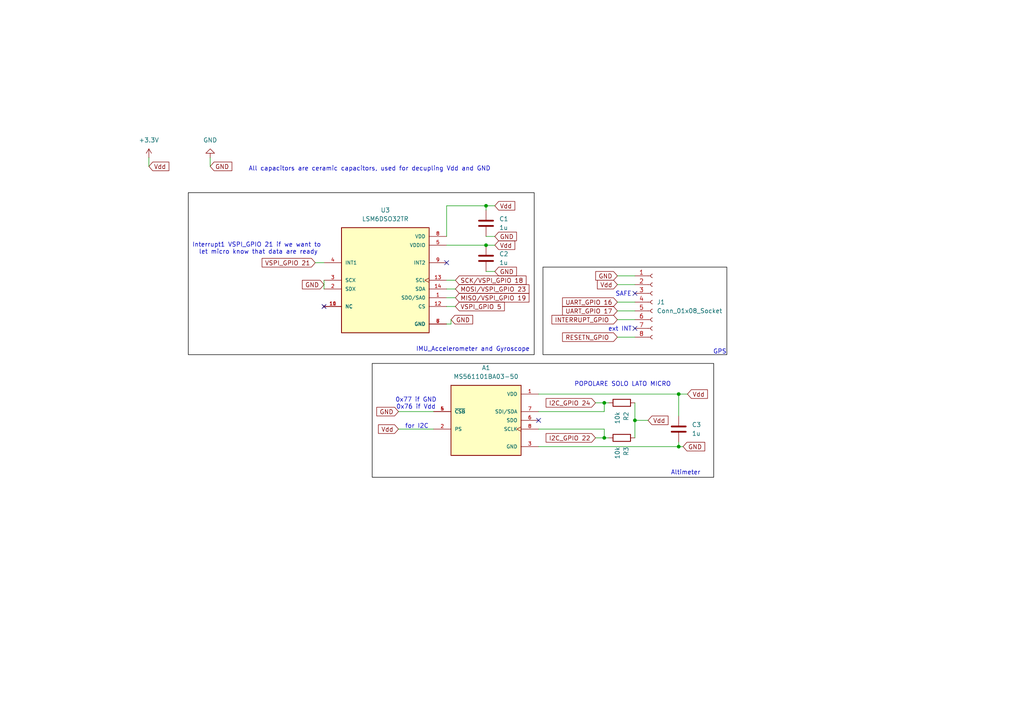
<source format=kicad_sch>
(kicad_sch
	(version 20250114)
	(generator "eeschema")
	(generator_version "9.0")
	(uuid "e4c320c5-1817-43f2-bd16-b9dccd216d6d")
	(paper "A4")
	(lib_symbols
		(symbol "Connector:Conn_01x08_Socket"
			(pin_names
				(offset 1.016)
				(hide yes)
			)
			(exclude_from_sim no)
			(in_bom yes)
			(on_board yes)
			(property "Reference" "J"
				(at 0 10.16 0)
				(effects
					(font
						(size 1.27 1.27)
					)
				)
			)
			(property "Value" "Conn_01x08_Socket"
				(at 0 -12.7 0)
				(effects
					(font
						(size 1.27 1.27)
					)
				)
			)
			(property "Footprint" ""
				(at 0 0 0)
				(effects
					(font
						(size 1.27 1.27)
					)
					(hide yes)
				)
			)
			(property "Datasheet" "~"
				(at 0 0 0)
				(effects
					(font
						(size 1.27 1.27)
					)
					(hide yes)
				)
			)
			(property "Description" "Generic connector, single row, 01x08, script generated"
				(at 0 0 0)
				(effects
					(font
						(size 1.27 1.27)
					)
					(hide yes)
				)
			)
			(property "ki_locked" ""
				(at 0 0 0)
				(effects
					(font
						(size 1.27 1.27)
					)
				)
			)
			(property "ki_keywords" "connector"
				(at 0 0 0)
				(effects
					(font
						(size 1.27 1.27)
					)
					(hide yes)
				)
			)
			(property "ki_fp_filters" "Connector*:*_1x??_*"
				(at 0 0 0)
				(effects
					(font
						(size 1.27 1.27)
					)
					(hide yes)
				)
			)
			(symbol "Conn_01x08_Socket_1_1"
				(polyline
					(pts
						(xy -1.27 7.62) (xy -0.508 7.62)
					)
					(stroke
						(width 0.1524)
						(type default)
					)
					(fill
						(type none)
					)
				)
				(polyline
					(pts
						(xy -1.27 5.08) (xy -0.508 5.08)
					)
					(stroke
						(width 0.1524)
						(type default)
					)
					(fill
						(type none)
					)
				)
				(polyline
					(pts
						(xy -1.27 2.54) (xy -0.508 2.54)
					)
					(stroke
						(width 0.1524)
						(type default)
					)
					(fill
						(type none)
					)
				)
				(polyline
					(pts
						(xy -1.27 0) (xy -0.508 0)
					)
					(stroke
						(width 0.1524)
						(type default)
					)
					(fill
						(type none)
					)
				)
				(polyline
					(pts
						(xy -1.27 -2.54) (xy -0.508 -2.54)
					)
					(stroke
						(width 0.1524)
						(type default)
					)
					(fill
						(type none)
					)
				)
				(polyline
					(pts
						(xy -1.27 -5.08) (xy -0.508 -5.08)
					)
					(stroke
						(width 0.1524)
						(type default)
					)
					(fill
						(type none)
					)
				)
				(polyline
					(pts
						(xy -1.27 -7.62) (xy -0.508 -7.62)
					)
					(stroke
						(width 0.1524)
						(type default)
					)
					(fill
						(type none)
					)
				)
				(polyline
					(pts
						(xy -1.27 -10.16) (xy -0.508 -10.16)
					)
					(stroke
						(width 0.1524)
						(type default)
					)
					(fill
						(type none)
					)
				)
				(arc
					(start 0 7.112)
					(mid -0.5058 7.62)
					(end 0 8.128)
					(stroke
						(width 0.1524)
						(type default)
					)
					(fill
						(type none)
					)
				)
				(arc
					(start 0 4.572)
					(mid -0.5058 5.08)
					(end 0 5.588)
					(stroke
						(width 0.1524)
						(type default)
					)
					(fill
						(type none)
					)
				)
				(arc
					(start 0 2.032)
					(mid -0.5058 2.54)
					(end 0 3.048)
					(stroke
						(width 0.1524)
						(type default)
					)
					(fill
						(type none)
					)
				)
				(arc
					(start 0 -0.508)
					(mid -0.5058 0)
					(end 0 0.508)
					(stroke
						(width 0.1524)
						(type default)
					)
					(fill
						(type none)
					)
				)
				(arc
					(start 0 -3.048)
					(mid -0.5058 -2.54)
					(end 0 -2.032)
					(stroke
						(width 0.1524)
						(type default)
					)
					(fill
						(type none)
					)
				)
				(arc
					(start 0 -5.588)
					(mid -0.5058 -5.08)
					(end 0 -4.572)
					(stroke
						(width 0.1524)
						(type default)
					)
					(fill
						(type none)
					)
				)
				(arc
					(start 0 -8.128)
					(mid -0.5058 -7.62)
					(end 0 -7.112)
					(stroke
						(width 0.1524)
						(type default)
					)
					(fill
						(type none)
					)
				)
				(arc
					(start 0 -10.668)
					(mid -0.5058 -10.16)
					(end 0 -9.652)
					(stroke
						(width 0.1524)
						(type default)
					)
					(fill
						(type none)
					)
				)
				(pin passive line
					(at -5.08 7.62 0)
					(length 3.81)
					(name "Pin_1"
						(effects
							(font
								(size 1.27 1.27)
							)
						)
					)
					(number "1"
						(effects
							(font
								(size 1.27 1.27)
							)
						)
					)
				)
				(pin passive line
					(at -5.08 5.08 0)
					(length 3.81)
					(name "Pin_2"
						(effects
							(font
								(size 1.27 1.27)
							)
						)
					)
					(number "2"
						(effects
							(font
								(size 1.27 1.27)
							)
						)
					)
				)
				(pin passive line
					(at -5.08 2.54 0)
					(length 3.81)
					(name "Pin_3"
						(effects
							(font
								(size 1.27 1.27)
							)
						)
					)
					(number "3"
						(effects
							(font
								(size 1.27 1.27)
							)
						)
					)
				)
				(pin passive line
					(at -5.08 0 0)
					(length 3.81)
					(name "Pin_4"
						(effects
							(font
								(size 1.27 1.27)
							)
						)
					)
					(number "4"
						(effects
							(font
								(size 1.27 1.27)
							)
						)
					)
				)
				(pin passive line
					(at -5.08 -2.54 0)
					(length 3.81)
					(name "Pin_5"
						(effects
							(font
								(size 1.27 1.27)
							)
						)
					)
					(number "5"
						(effects
							(font
								(size 1.27 1.27)
							)
						)
					)
				)
				(pin passive line
					(at -5.08 -5.08 0)
					(length 3.81)
					(name "Pin_6"
						(effects
							(font
								(size 1.27 1.27)
							)
						)
					)
					(number "6"
						(effects
							(font
								(size 1.27 1.27)
							)
						)
					)
				)
				(pin passive line
					(at -5.08 -7.62 0)
					(length 3.81)
					(name "Pin_7"
						(effects
							(font
								(size 1.27 1.27)
							)
						)
					)
					(number "7"
						(effects
							(font
								(size 1.27 1.27)
							)
						)
					)
				)
				(pin passive line
					(at -5.08 -10.16 0)
					(length 3.81)
					(name "Pin_8"
						(effects
							(font
								(size 1.27 1.27)
							)
						)
					)
					(number "8"
						(effects
							(font
								(size 1.27 1.27)
							)
						)
					)
				)
			)
			(embedded_fonts no)
		)
		(symbol "Device:C"
			(pin_numbers
				(hide yes)
			)
			(pin_names
				(offset 0.254)
			)
			(exclude_from_sim no)
			(in_bom yes)
			(on_board yes)
			(property "Reference" "C"
				(at 0.635 2.54 0)
				(effects
					(font
						(size 1.27 1.27)
					)
					(justify left)
				)
			)
			(property "Value" "C"
				(at 0.635 -2.54 0)
				(effects
					(font
						(size 1.27 1.27)
					)
					(justify left)
				)
			)
			(property "Footprint" ""
				(at 0.9652 -3.81 0)
				(effects
					(font
						(size 1.27 1.27)
					)
					(hide yes)
				)
			)
			(property "Datasheet" "~"
				(at 0 0 0)
				(effects
					(font
						(size 1.27 1.27)
					)
					(hide yes)
				)
			)
			(property "Description" "Unpolarized capacitor"
				(at 0 0 0)
				(effects
					(font
						(size 1.27 1.27)
					)
					(hide yes)
				)
			)
			(property "ki_keywords" "cap capacitor"
				(at 0 0 0)
				(effects
					(font
						(size 1.27 1.27)
					)
					(hide yes)
				)
			)
			(property "ki_fp_filters" "C_*"
				(at 0 0 0)
				(effects
					(font
						(size 1.27 1.27)
					)
					(hide yes)
				)
			)
			(symbol "C_0_1"
				(polyline
					(pts
						(xy -2.032 0.762) (xy 2.032 0.762)
					)
					(stroke
						(width 0.508)
						(type default)
					)
					(fill
						(type none)
					)
				)
				(polyline
					(pts
						(xy -2.032 -0.762) (xy 2.032 -0.762)
					)
					(stroke
						(width 0.508)
						(type default)
					)
					(fill
						(type none)
					)
				)
			)
			(symbol "C_1_1"
				(pin passive line
					(at 0 3.81 270)
					(length 2.794)
					(name "~"
						(effects
							(font
								(size 1.27 1.27)
							)
						)
					)
					(number "1"
						(effects
							(font
								(size 1.27 1.27)
							)
						)
					)
				)
				(pin passive line
					(at 0 -3.81 90)
					(length 2.794)
					(name "~"
						(effects
							(font
								(size 1.27 1.27)
							)
						)
					)
					(number "2"
						(effects
							(font
								(size 1.27 1.27)
							)
						)
					)
				)
			)
			(embedded_fonts no)
		)
		(symbol "Device:R"
			(pin_numbers
				(hide yes)
			)
			(pin_names
				(offset 0)
			)
			(exclude_from_sim no)
			(in_bom yes)
			(on_board yes)
			(property "Reference" "R"
				(at 2.032 0 90)
				(effects
					(font
						(size 1.27 1.27)
					)
				)
			)
			(property "Value" "R"
				(at 0 0 90)
				(effects
					(font
						(size 1.27 1.27)
					)
				)
			)
			(property "Footprint" ""
				(at -1.778 0 90)
				(effects
					(font
						(size 1.27 1.27)
					)
					(hide yes)
				)
			)
			(property "Datasheet" "~"
				(at 0 0 0)
				(effects
					(font
						(size 1.27 1.27)
					)
					(hide yes)
				)
			)
			(property "Description" "Resistor"
				(at 0 0 0)
				(effects
					(font
						(size 1.27 1.27)
					)
					(hide yes)
				)
			)
			(property "ki_keywords" "R res resistor"
				(at 0 0 0)
				(effects
					(font
						(size 1.27 1.27)
					)
					(hide yes)
				)
			)
			(property "ki_fp_filters" "R_*"
				(at 0 0 0)
				(effects
					(font
						(size 1.27 1.27)
					)
					(hide yes)
				)
			)
			(symbol "R_0_1"
				(rectangle
					(start -1.016 -2.54)
					(end 1.016 2.54)
					(stroke
						(width 0.254)
						(type default)
					)
					(fill
						(type none)
					)
				)
			)
			(symbol "R_1_1"
				(pin passive line
					(at 0 3.81 270)
					(length 1.27)
					(name "~"
						(effects
							(font
								(size 1.27 1.27)
							)
						)
					)
					(number "1"
						(effects
							(font
								(size 1.27 1.27)
							)
						)
					)
				)
				(pin passive line
					(at 0 -3.81 90)
					(length 1.27)
					(name "~"
						(effects
							(font
								(size 1.27 1.27)
							)
						)
					)
					(number "2"
						(effects
							(font
								(size 1.27 1.27)
							)
						)
					)
				)
			)
			(embedded_fonts no)
		)
		(symbol "LSM6DSO32TR:LSM6DSO32TR"
			(pin_names
				(offset 1.016)
			)
			(exclude_from_sim no)
			(in_bom yes)
			(on_board yes)
			(property "Reference" "U"
				(at -12.7 16.002 0)
				(effects
					(font
						(size 1.27 1.27)
					)
					(justify left bottom)
				)
			)
			(property "Value" "LSM6DSO32TR"
				(at -12.7 -17.78 0)
				(effects
					(font
						(size 1.27 1.27)
					)
					(justify left bottom)
				)
			)
			(property "Footprint" "LSM6DSO32TR:XDCR_LSM6DSO32TR"
				(at 0 0 0)
				(effects
					(font
						(size 1.27 1.27)
					)
					(justify bottom)
					(hide yes)
				)
			)
			(property "Datasheet" ""
				(at 0 0 0)
				(effects
					(font
						(size 1.27 1.27)
					)
					(hide yes)
				)
			)
			(property "Description" ""
				(at 0 0 0)
				(effects
					(font
						(size 1.27 1.27)
					)
					(hide yes)
				)
			)
			(property "DigiKey_Part_Number" "497-LSM6DSO32CT-ND"
				(at 0 0 0)
				(effects
					(font
						(size 1.27 1.27)
					)
					(justify bottom)
					(hide yes)
				)
			)
			(property "SnapEDA_Link" "https://www.snapeda.com/parts/LSM6DSO32TR/STMicroelectronics/view-part/?ref=snap"
				(at 0 0 0)
				(effects
					(font
						(size 1.27 1.27)
					)
					(justify bottom)
					(hide yes)
				)
			)
			(property "MAXIMUM_PACKAGE_HEIGHT" "0.86mm"
				(at 0 0 0)
				(effects
					(font
						(size 1.27 1.27)
					)
					(justify bottom)
					(hide yes)
				)
			)
			(property "Package" "VFLGA-14 STMicroelectronics"
				(at 0 0 0)
				(effects
					(font
						(size 1.27 1.27)
					)
					(justify bottom)
					(hide yes)
				)
			)
			(property "Check_prices" "https://www.snapeda.com/parts/LSM6DSO32TR/STMicroelectronics/view-part/?ref=eda"
				(at 0 0 0)
				(effects
					(font
						(size 1.27 1.27)
					)
					(justify bottom)
					(hide yes)
				)
			)
			(property "STANDARD" "Manufacturer Recommendations"
				(at 0 0 0)
				(effects
					(font
						(size 1.27 1.27)
					)
					(justify bottom)
					(hide yes)
				)
			)
			(property "PARTREV" "1"
				(at 0 0 0)
				(effects
					(font
						(size 1.27 1.27)
					)
					(justify bottom)
					(hide yes)
				)
			)
			(property "MF" "STMicroelectronics"
				(at 0 0 0)
				(effects
					(font
						(size 1.27 1.27)
					)
					(justify bottom)
					(hide yes)
				)
			)
			(property "MP" "LSM6DSO32TR"
				(at 0 0 0)
				(effects
					(font
						(size 1.27 1.27)
					)
					(justify bottom)
					(hide yes)
				)
			)
			(property "Description_1" "Accelerometer, Gyroscope, Temperature, 6 Axis Sensor I2C, SPI Output"
				(at 0 0 0)
				(effects
					(font
						(size 1.27 1.27)
					)
					(justify bottom)
					(hide yes)
				)
			)
			(property "MANUFACTURER" "STMicroelectronics"
				(at 0 0 0)
				(effects
					(font
						(size 1.27 1.27)
					)
					(justify bottom)
					(hide yes)
				)
			)
			(symbol "LSM6DSO32TR_0_0"
				(rectangle
					(start -12.7 -15.24)
					(end 12.7 15.24)
					(stroke
						(width 0.254)
						(type default)
					)
					(fill
						(type background)
					)
				)
				(pin input line
					(at -17.78 5.08 0)
					(length 5.08)
					(name "INT1"
						(effects
							(font
								(size 1.016 1.016)
							)
						)
					)
					(number "4"
						(effects
							(font
								(size 1.016 1.016)
							)
						)
					)
				)
				(pin passive line
					(at -17.78 0 0)
					(length 5.08)
					(name "SCX"
						(effects
							(font
								(size 1.016 1.016)
							)
						)
					)
					(number "3"
						(effects
							(font
								(size 1.016 1.016)
							)
						)
					)
				)
				(pin passive line
					(at -17.78 -2.54 0)
					(length 5.08)
					(name "SDX"
						(effects
							(font
								(size 1.016 1.016)
							)
						)
					)
					(number "2"
						(effects
							(font
								(size 1.016 1.016)
							)
						)
					)
				)
				(pin no_connect line
					(at -17.78 -7.62 0)
					(length 5.08)
					(name "NC"
						(effects
							(font
								(size 1.016 1.016)
							)
						)
					)
					(number "10"
						(effects
							(font
								(size 1.016 1.016)
							)
						)
					)
				)
				(pin no_connect line
					(at -17.78 -7.62 0)
					(length 5.08)
					(name "NC"
						(effects
							(font
								(size 1.016 1.016)
							)
						)
					)
					(number "11"
						(effects
							(font
								(size 1.016 1.016)
							)
						)
					)
				)
				(pin power_in line
					(at 17.78 12.7 180)
					(length 5.08)
					(name "VDD"
						(effects
							(font
								(size 1.016 1.016)
							)
						)
					)
					(number "8"
						(effects
							(font
								(size 1.016 1.016)
							)
						)
					)
				)
				(pin power_in line
					(at 17.78 10.16 180)
					(length 5.08)
					(name "VDDIO"
						(effects
							(font
								(size 1.016 1.016)
							)
						)
					)
					(number "5"
						(effects
							(font
								(size 1.016 1.016)
							)
						)
					)
				)
				(pin output line
					(at 17.78 5.08 180)
					(length 5.08)
					(name "INT2"
						(effects
							(font
								(size 1.016 1.016)
							)
						)
					)
					(number "9"
						(effects
							(font
								(size 1.016 1.016)
							)
						)
					)
				)
				(pin input clock
					(at 17.78 0 180)
					(length 5.08)
					(name "SCL"
						(effects
							(font
								(size 1.016 1.016)
							)
						)
					)
					(number "13"
						(effects
							(font
								(size 1.016 1.016)
							)
						)
					)
				)
				(pin bidirectional line
					(at 17.78 -2.54 180)
					(length 5.08)
					(name "SDA"
						(effects
							(font
								(size 1.016 1.016)
							)
						)
					)
					(number "14"
						(effects
							(font
								(size 1.016 1.016)
							)
						)
					)
				)
				(pin bidirectional line
					(at 17.78 -5.08 180)
					(length 5.08)
					(name "SDO/SA0"
						(effects
							(font
								(size 1.016 1.016)
							)
						)
					)
					(number "1"
						(effects
							(font
								(size 1.016 1.016)
							)
						)
					)
				)
				(pin input line
					(at 17.78 -7.62 180)
					(length 5.08)
					(name "CS"
						(effects
							(font
								(size 1.016 1.016)
							)
						)
					)
					(number "12"
						(effects
							(font
								(size 1.016 1.016)
							)
						)
					)
				)
				(pin power_in line
					(at 17.78 -12.7 180)
					(length 5.08)
					(name "GND"
						(effects
							(font
								(size 1.016 1.016)
							)
						)
					)
					(number "6"
						(effects
							(font
								(size 1.016 1.016)
							)
						)
					)
				)
				(pin power_in line
					(at 17.78 -12.7 180)
					(length 5.08)
					(name "GND"
						(effects
							(font
								(size 1.016 1.016)
							)
						)
					)
					(number "7"
						(effects
							(font
								(size 1.016 1.016)
							)
						)
					)
				)
			)
			(embedded_fonts no)
		)
		(symbol "MS561101BA03-50:MS561101BA03-50"
			(pin_names
				(offset 1.016)
			)
			(exclude_from_sim no)
			(in_bom yes)
			(on_board yes)
			(property "Reference" "A"
				(at -10.16 10.922 0)
				(effects
					(font
						(size 1.27 1.27)
					)
					(justify left bottom)
				)
			)
			(property "Value" "MS561101BA03-50"
				(at -10.16 -12.7 0)
				(effects
					(font
						(size 1.27 1.27)
					)
					(justify left bottom)
				)
			)
			(property "Footprint" "MS561101BA03-50:XDCR_MS561101BA03-50"
				(at 0 0 0)
				(effects
					(font
						(size 1.27 1.27)
					)
					(justify bottom)
					(hide yes)
				)
			)
			(property "Datasheet" ""
				(at 0 0 0)
				(effects
					(font
						(size 1.27 1.27)
					)
					(hide yes)
				)
			)
			(property "Description" ""
				(at 0 0 0)
				(effects
					(font
						(size 1.27 1.27)
					)
					(hide yes)
				)
			)
			(property "Comment" "MS561101BA03-50"
				(at 0 0 0)
				(effects
					(font
						(size 1.27 1.27)
					)
					(justify bottom)
					(hide yes)
				)
			)
			(property "MF" "TE Connectivity"
				(at 0 0 0)
				(effects
					(font
						(size 1.27 1.27)
					)
					(justify bottom)
					(hide yes)
				)
			)
			(property "MAXIMUM_PACKAGE_HEIGHT" "1.1mm"
				(at 0 0 0)
				(effects
					(font
						(size 1.27 1.27)
					)
					(justify bottom)
					(hide yes)
				)
			)
			(property "Package" "SMD-8 Measurement Specialties"
				(at 0 0 0)
				(effects
					(font
						(size 1.27 1.27)
					)
					(justify bottom)
					(hide yes)
				)
			)
			(property "Price" "None"
				(at 0 0 0)
				(effects
					(font
						(size 1.27 1.27)
					)
					(justify bottom)
					(hide yes)
				)
			)
			(property "Check_prices" "https://www.snapeda.com/parts/MS561101BA03-50/TE+Connectivity+Alcoswitch+Switches/view-part/?ref=eda"
				(at 0 0 0)
				(effects
					(font
						(size 1.27 1.27)
					)
					(justify bottom)
					(hide yes)
				)
			)
			(property "STANDARD" "Manufacturer Recommendations"
				(at 0 0 0)
				(effects
					(font
						(size 1.27 1.27)
					)
					(justify bottom)
					(hide yes)
				)
			)
			(property "PARTREV" "06/2017"
				(at 0 0 0)
				(effects
					(font
						(size 1.27 1.27)
					)
					(justify bottom)
					(hide yes)
				)
			)
			(property "SnapEDA_Link" "https://www.snapeda.com/parts/MS561101BA03-50/TE+Connectivity+Alcoswitch+Switches/view-part/?ref=snap"
				(at 0 0 0)
				(effects
					(font
						(size 1.27 1.27)
					)
					(justify bottom)
					(hide yes)
				)
			)
			(property "MP" "MS561101BA03-50"
				(at 0 0 0)
				(effects
					(font
						(size 1.27 1.27)
					)
					(justify bottom)
					(hide yes)
				)
			)
			(property "Description_1" "BAROMETRIC PRESSURE SENSOR"
				(at 0 0 0)
				(effects
					(font
						(size 1.27 1.27)
					)
					(justify bottom)
					(hide yes)
				)
			)
			(property "Availability" "In Stock"
				(at 0 0 0)
				(effects
					(font
						(size 1.27 1.27)
					)
					(justify bottom)
					(hide yes)
				)
			)
			(property "MANUFACTURER" "TE Connectivity"
				(at 0 0 0)
				(effects
					(font
						(size 1.27 1.27)
					)
					(justify bottom)
					(hide yes)
				)
			)
			(symbol "MS561101BA03-50_0_0"
				(rectangle
					(start -10.16 -10.16)
					(end 10.16 10.16)
					(stroke
						(width 0.254)
						(type default)
					)
					(fill
						(type background)
					)
				)
				(pin input line
					(at -15.24 2.54 0)
					(length 5.08)
					(name "~{CSB}"
						(effects
							(font
								(size 1.016 1.016)
							)
						)
					)
					(number "4"
						(effects
							(font
								(size 1.016 1.016)
							)
						)
					)
				)
				(pin input line
					(at -15.24 2.54 0)
					(length 5.08)
					(name "~{CSB}"
						(effects
							(font
								(size 1.016 1.016)
							)
						)
					)
					(number "5"
						(effects
							(font
								(size 1.016 1.016)
							)
						)
					)
				)
				(pin input line
					(at -15.24 -2.54 0)
					(length 5.08)
					(name "PS"
						(effects
							(font
								(size 1.016 1.016)
							)
						)
					)
					(number "2"
						(effects
							(font
								(size 1.016 1.016)
							)
						)
					)
				)
				(pin power_in line
					(at 15.24 7.62 180)
					(length 5.08)
					(name "VDD"
						(effects
							(font
								(size 1.016 1.016)
							)
						)
					)
					(number "1"
						(effects
							(font
								(size 1.016 1.016)
							)
						)
					)
				)
				(pin bidirectional line
					(at 15.24 2.54 180)
					(length 5.08)
					(name "SDI/SDA"
						(effects
							(font
								(size 1.016 1.016)
							)
						)
					)
					(number "7"
						(effects
							(font
								(size 1.016 1.016)
							)
						)
					)
				)
				(pin output line
					(at 15.24 0 180)
					(length 5.08)
					(name "SDO"
						(effects
							(font
								(size 1.016 1.016)
							)
						)
					)
					(number "6"
						(effects
							(font
								(size 1.016 1.016)
							)
						)
					)
				)
				(pin input clock
					(at 15.24 -2.54 180)
					(length 5.08)
					(name "SCLK"
						(effects
							(font
								(size 1.016 1.016)
							)
						)
					)
					(number "8"
						(effects
							(font
								(size 1.016 1.016)
							)
						)
					)
				)
				(pin power_in line
					(at 15.24 -7.62 180)
					(length 5.08)
					(name "GND"
						(effects
							(font
								(size 1.016 1.016)
							)
						)
					)
					(number "3"
						(effects
							(font
								(size 1.016 1.016)
							)
						)
					)
				)
			)
			(embedded_fonts no)
		)
		(symbol "power:+3.3V"
			(power)
			(pin_numbers
				(hide yes)
			)
			(pin_names
				(offset 0)
				(hide yes)
			)
			(exclude_from_sim no)
			(in_bom yes)
			(on_board yes)
			(property "Reference" "#PWR"
				(at 0 -3.81 0)
				(effects
					(font
						(size 1.27 1.27)
					)
					(hide yes)
				)
			)
			(property "Value" "+3.3V"
				(at 0 3.556 0)
				(effects
					(font
						(size 1.27 1.27)
					)
				)
			)
			(property "Footprint" ""
				(at 0 0 0)
				(effects
					(font
						(size 1.27 1.27)
					)
					(hide yes)
				)
			)
			(property "Datasheet" ""
				(at 0 0 0)
				(effects
					(font
						(size 1.27 1.27)
					)
					(hide yes)
				)
			)
			(property "Description" "Power symbol creates a global label with name \"+3.3V\""
				(at 0 0 0)
				(effects
					(font
						(size 1.27 1.27)
					)
					(hide yes)
				)
			)
			(property "ki_keywords" "global power"
				(at 0 0 0)
				(effects
					(font
						(size 1.27 1.27)
					)
					(hide yes)
				)
			)
			(symbol "+3.3V_0_1"
				(polyline
					(pts
						(xy -0.762 1.27) (xy 0 2.54)
					)
					(stroke
						(width 0)
						(type default)
					)
					(fill
						(type none)
					)
				)
				(polyline
					(pts
						(xy 0 2.54) (xy 0.762 1.27)
					)
					(stroke
						(width 0)
						(type default)
					)
					(fill
						(type none)
					)
				)
				(polyline
					(pts
						(xy 0 0) (xy 0 2.54)
					)
					(stroke
						(width 0)
						(type default)
					)
					(fill
						(type none)
					)
				)
			)
			(symbol "+3.3V_1_1"
				(pin power_in line
					(at 0 0 90)
					(length 0)
					(name "~"
						(effects
							(font
								(size 1.27 1.27)
							)
						)
					)
					(number "1"
						(effects
							(font
								(size 1.27 1.27)
							)
						)
					)
				)
			)
			(embedded_fonts no)
		)
		(symbol "power:GND"
			(power)
			(pin_numbers
				(hide yes)
			)
			(pin_names
				(offset 0)
				(hide yes)
			)
			(exclude_from_sim no)
			(in_bom yes)
			(on_board yes)
			(property "Reference" "#PWR"
				(at 0 -6.35 0)
				(effects
					(font
						(size 1.27 1.27)
					)
					(hide yes)
				)
			)
			(property "Value" "GND"
				(at 0 -3.81 0)
				(effects
					(font
						(size 1.27 1.27)
					)
				)
			)
			(property "Footprint" ""
				(at 0 0 0)
				(effects
					(font
						(size 1.27 1.27)
					)
					(hide yes)
				)
			)
			(property "Datasheet" ""
				(at 0 0 0)
				(effects
					(font
						(size 1.27 1.27)
					)
					(hide yes)
				)
			)
			(property "Description" "Power symbol creates a global label with name \"GND\" , ground"
				(at 0 0 0)
				(effects
					(font
						(size 1.27 1.27)
					)
					(hide yes)
				)
			)
			(property "ki_keywords" "global power"
				(at 0 0 0)
				(effects
					(font
						(size 1.27 1.27)
					)
					(hide yes)
				)
			)
			(symbol "GND_0_1"
				(polyline
					(pts
						(xy 0 0) (xy 0 -1.27) (xy 1.27 -1.27) (xy 0 -2.54) (xy -1.27 -1.27) (xy 0 -1.27)
					)
					(stroke
						(width 0)
						(type default)
					)
					(fill
						(type none)
					)
				)
			)
			(symbol "GND_1_1"
				(pin power_in line
					(at 0 0 270)
					(length 0)
					(name "~"
						(effects
							(font
								(size 1.27 1.27)
							)
						)
					)
					(number "1"
						(effects
							(font
								(size 1.27 1.27)
							)
						)
					)
				)
			)
			(embedded_fonts no)
		)
	)
	(rectangle
		(start 107.95 105.41)
		(end 207.01 138.43)
		(stroke
			(width 0)
			(type solid)
			(color 0 0 0 1)
		)
		(fill
			(type none)
		)
		(uuid 71a18903-b414-457e-af65-84ecf30000fd)
	)
	(rectangle
		(start 54.61 55.88)
		(end 154.94 102.87)
		(stroke
			(width 0)
			(type solid)
			(color 0 0 0 1)
		)
		(fill
			(type none)
		)
		(uuid b40ba364-9e01-4316-8e43-742e4dab672b)
	)
	(rectangle
		(start 157.48 77.47)
		(end 210.82 102.87)
		(stroke
			(width 0)
			(type solid)
			(color 0 0 0 1)
		)
		(fill
			(type none)
		)
		(uuid c97e5748-917c-4d2f-9c41-b06f1888778f)
	)
	(text "IMU_Accelerometer and Gyroscope"
		(exclude_from_sim no)
		(at 137.16 101.346 0)
		(effects
			(font
				(size 1.27 1.27)
			)
		)
		(uuid "74347afb-9c27-4b90-ab86-8ef65ed4db33")
	)
	(text "All capacitors are ceramic capacitors, used for decupling Vdd and GND"
		(exclude_from_sim no)
		(at 107.188 49.022 0)
		(effects
			(font
				(size 1.27 1.27)
			)
		)
		(uuid "7947a9c2-3fab-49b5-a553-bc222ae8ca87")
	)
	(text "for I2C"
		(exclude_from_sim no)
		(at 120.904 123.698 0)
		(effects
			(font
				(size 1.27 1.27)
			)
		)
		(uuid "79e104d8-b738-4b0f-8338-636d3a39bfbf")
	)
	(text "GPS"
		(exclude_from_sim no)
		(at 208.788 102.108 0)
		(effects
			(font
				(size 1.27 1.27)
			)
		)
		(uuid "816864ba-480f-432c-929f-f6ca5175e204")
	)
	(text "ext INT"
		(exclude_from_sim no)
		(at 179.832 95.504 0)
		(effects
			(font
				(size 1.27 1.27)
			)
		)
		(uuid "871eec4f-1330-481d-a94a-d0eb483d2689")
	)
	(text "0x77 if GND\n0x76 if Vdd"
		(exclude_from_sim no)
		(at 120.65 117.094 0)
		(effects
			(font
				(size 1.27 1.27)
			)
		)
		(uuid "8ac4e0c8-cb1f-4bd8-afa3-6a6b3c1ac78b")
	)
	(text "SAFE"
		(exclude_from_sim no)
		(at 180.848 85.344 0)
		(effects
			(font
				(size 1.27 1.27)
			)
		)
		(uuid "b2c6eb92-6286-429b-a353-4388862bf79d")
	)
	(text "Altimeter\n"
		(exclude_from_sim no)
		(at 198.882 137.16 0)
		(effects
			(font
				(size 1.27 1.27)
			)
		)
		(uuid "bef272dd-ef2e-404a-b575-bab31b097aeb")
	)
	(text "POPOLARE SOLO LATO MICRO"
		(exclude_from_sim no)
		(at 180.594 111.506 0)
		(effects
			(font
				(size 1.27 1.27)
			)
		)
		(uuid "dfc03458-872f-4509-8d11-0031e10e46e7")
	)
	(text "Interrupt1 VSPI_GPIO 21 if we want to \nlet micro know that data are ready\n"
		(exclude_from_sim no)
		(at 74.93 72.136 0)
		(effects
			(font
				(size 1.27 1.27)
			)
		)
		(uuid "f1bbf40d-b290-408e-9b00-a551d7b8a218")
	)
	(junction
		(at 184.15 121.92)
		(diameter 0)
		(color 0 0 0 0)
		(uuid "6e79e1fe-cb8b-479d-9ab5-2b435de46f42")
	)
	(junction
		(at 175.26 127)
		(diameter 0)
		(color 0 0 0 0)
		(uuid "7555314b-3a0f-49fd-ac89-7ae43cb4822d")
	)
	(junction
		(at 140.97 71.12)
		(diameter 0)
		(color 0 0 0 0)
		(uuid "7d1cb482-a7dc-4dfe-bbdc-b1319413f99a")
	)
	(junction
		(at 175.26 116.84)
		(diameter 0)
		(color 0 0 0 0)
		(uuid "7d310921-4236-4a7f-a9fb-6397cc6ab839")
	)
	(junction
		(at 140.97 59.69)
		(diameter 0)
		(color 0 0 0 0)
		(uuid "8544cc70-c49c-4e32-8974-06dfe2bf53e7")
	)
	(junction
		(at 196.85 114.3)
		(diameter 0)
		(color 0 0 0 0)
		(uuid "f5ac1794-c51b-46cc-aebf-c436836ea071")
	)
	(junction
		(at 196.85 129.54)
		(diameter 0)
		(color 0 0 0 0)
		(uuid "ffcc9bde-7afb-4be1-a152-afe4854c4dce")
	)
	(no_connect
		(at 93.98 88.9)
		(uuid "5093071e-7e37-4278-b320-b6ce7f6c8444")
	)
	(no_connect
		(at 156.21 121.92)
		(uuid "5e3fe395-48f5-4644-afa7-adda6568abe1")
	)
	(no_connect
		(at 184.15 95.25)
		(uuid "90215b26-f3a1-49f4-a2dc-2d8c79ac39cb")
	)
	(no_connect
		(at 184.15 85.09)
		(uuid "ae2e1524-37d9-477e-9fbe-46c0a799e2ad")
	)
	(no_connect
		(at 129.54 76.2)
		(uuid "f38d9c42-9f13-45aa-8403-8531d410dee1")
	)
	(wire
		(pts
			(xy 140.97 59.69) (xy 140.97 60.96)
		)
		(stroke
			(width 0)
			(type default)
		)
		(uuid "0bdcf9a6-5c06-45d9-a299-812c6ec38b39")
	)
	(wire
		(pts
			(xy 196.85 114.3) (xy 199.39 114.3)
		)
		(stroke
			(width 0)
			(type default)
		)
		(uuid "12d94ccd-7e22-4d85-88ae-acb840b6d211")
	)
	(wire
		(pts
			(xy 129.54 88.9) (xy 132.08 88.9)
		)
		(stroke
			(width 0)
			(type default)
		)
		(uuid "238179c0-9ad5-4990-b76c-32bfbf41b806")
	)
	(wire
		(pts
			(xy 60.96 45.72) (xy 60.96 48.26)
		)
		(stroke
			(width 0)
			(type default)
		)
		(uuid "279fe518-ae6d-492d-bd83-7acdbdcc5807")
	)
	(wire
		(pts
			(xy 172.72 127) (xy 175.26 127)
		)
		(stroke
			(width 0)
			(type default)
		)
		(uuid "2839c49b-2657-44d3-bff5-2b8ca5e61638")
	)
	(wire
		(pts
			(xy 130.81 92.71) (xy 130.81 93.98)
		)
		(stroke
			(width 0)
			(type default)
		)
		(uuid "28942a47-c6ec-4017-8cb1-734675460e36")
	)
	(wire
		(pts
			(xy 156.21 119.38) (xy 175.26 119.38)
		)
		(stroke
			(width 0)
			(type default)
		)
		(uuid "33e04b6f-9369-476c-98f9-ee41a1e6fac2")
	)
	(wire
		(pts
			(xy 130.81 93.98) (xy 129.54 93.98)
		)
		(stroke
			(width 0)
			(type default)
		)
		(uuid "38978a38-5f96-4adf-bcd5-cd20d81821a5")
	)
	(wire
		(pts
			(xy 179.07 82.55) (xy 184.15 82.55)
		)
		(stroke
			(width 0)
			(type default)
		)
		(uuid "39af8a15-eae6-426f-a844-348bd8019029")
	)
	(wire
		(pts
			(xy 175.26 127) (xy 176.53 127)
		)
		(stroke
			(width 0)
			(type default)
		)
		(uuid "43617503-de89-4ca9-ab04-7ed7f51ba46b")
	)
	(wire
		(pts
			(xy 175.26 127) (xy 175.26 124.46)
		)
		(stroke
			(width 0)
			(type default)
		)
		(uuid "43f5b430-3f14-4e34-b33c-4fefc47eaebd")
	)
	(wire
		(pts
			(xy 184.15 121.92) (xy 184.15 127)
		)
		(stroke
			(width 0)
			(type default)
		)
		(uuid "48a1565c-f681-4faa-aa02-55f17cf3de3f")
	)
	(wire
		(pts
			(xy 43.18 45.72) (xy 43.18 48.26)
		)
		(stroke
			(width 0)
			(type default)
		)
		(uuid "4cb024fd-0385-4210-8c4e-f72a3fa4c265")
	)
	(wire
		(pts
			(xy 129.54 71.12) (xy 140.97 71.12)
		)
		(stroke
			(width 0)
			(type default)
		)
		(uuid "50754d7b-8270-4bc4-9a64-9584c396b563")
	)
	(wire
		(pts
			(xy 143.51 78.74) (xy 140.97 78.74)
		)
		(stroke
			(width 0)
			(type default)
		)
		(uuid "5d774df7-c70b-4799-a575-96d8e3bf9ec8")
	)
	(wire
		(pts
			(xy 129.54 83.82) (xy 132.08 83.82)
		)
		(stroke
			(width 0)
			(type default)
		)
		(uuid "638f348a-e7ac-4649-bb50-a49da13a66a9")
	)
	(wire
		(pts
			(xy 91.44 76.2) (xy 93.98 76.2)
		)
		(stroke
			(width 0)
			(type default)
		)
		(uuid "660368ac-c160-4e09-8272-1959ac29f3f8")
	)
	(wire
		(pts
			(xy 179.07 90.17) (xy 184.15 90.17)
		)
		(stroke
			(width 0)
			(type default)
		)
		(uuid "67c6c93e-9132-4218-9e3a-aecc5211d9ee")
	)
	(wire
		(pts
			(xy 179.07 87.63) (xy 184.15 87.63)
		)
		(stroke
			(width 0)
			(type default)
		)
		(uuid "7164608e-bbb4-4faa-9a17-0e768fa4790d")
	)
	(wire
		(pts
			(xy 184.15 116.84) (xy 184.15 121.92)
		)
		(stroke
			(width 0)
			(type default)
		)
		(uuid "729a12d2-e0dc-412d-9ef5-b30c6db7958e")
	)
	(wire
		(pts
			(xy 179.07 97.79) (xy 184.15 97.79)
		)
		(stroke
			(width 0)
			(type default)
		)
		(uuid "7bc0da82-6622-42b5-9a1c-0d69d62f5a0a")
	)
	(wire
		(pts
			(xy 156.21 129.54) (xy 196.85 129.54)
		)
		(stroke
			(width 0)
			(type default)
		)
		(uuid "7fb3a511-9a26-45f0-8d0a-cad7c0967e5a")
	)
	(wire
		(pts
			(xy 143.51 71.12) (xy 140.97 71.12)
		)
		(stroke
			(width 0)
			(type default)
		)
		(uuid "861c3f09-af9b-4e20-bf56-f65ac78cb85b")
	)
	(wire
		(pts
			(xy 196.85 128.27) (xy 196.85 129.54)
		)
		(stroke
			(width 0)
			(type default)
		)
		(uuid "87c11142-3d6d-4342-8bc3-f518abb51de9")
	)
	(wire
		(pts
			(xy 115.57 119.38) (xy 125.73 119.38)
		)
		(stroke
			(width 0)
			(type default)
		)
		(uuid "90c07803-0919-4563-8915-c9685724bb72")
	)
	(wire
		(pts
			(xy 93.98 83.82) (xy 93.98 81.28)
		)
		(stroke
			(width 0)
			(type default)
		)
		(uuid "91a17ba1-1538-440b-bdee-6f506493c185")
	)
	(wire
		(pts
			(xy 115.57 124.46) (xy 125.73 124.46)
		)
		(stroke
			(width 0)
			(type default)
		)
		(uuid "93354cc7-33bc-4de7-b48d-1c405100fc86")
	)
	(wire
		(pts
			(xy 176.53 116.84) (xy 175.26 116.84)
		)
		(stroke
			(width 0)
			(type default)
		)
		(uuid "9495b555-84c8-46b9-8961-01a5fa52ffd6")
	)
	(wire
		(pts
			(xy 129.54 86.36) (xy 132.08 86.36)
		)
		(stroke
			(width 0)
			(type default)
		)
		(uuid "a6cbfb53-3af5-401e-93eb-aeb668af16f4")
	)
	(wire
		(pts
			(xy 129.54 81.28) (xy 132.08 81.28)
		)
		(stroke
			(width 0)
			(type default)
		)
		(uuid "a70cd957-7d53-451f-a245-072316b29380")
	)
	(wire
		(pts
			(xy 179.07 92.71) (xy 184.15 92.71)
		)
		(stroke
			(width 0)
			(type default)
		)
		(uuid "ad081340-d2f0-493a-9d94-3f622f713871")
	)
	(wire
		(pts
			(xy 129.54 68.58) (xy 129.54 59.69)
		)
		(stroke
			(width 0)
			(type default)
		)
		(uuid "ad133692-979c-4ba5-b114-7537301b2364")
	)
	(wire
		(pts
			(xy 156.21 114.3) (xy 196.85 114.3)
		)
		(stroke
			(width 0)
			(type default)
		)
		(uuid "b571dcee-89f8-4079-a920-c475f76c534d")
	)
	(wire
		(pts
			(xy 196.85 114.3) (xy 196.85 120.65)
		)
		(stroke
			(width 0)
			(type default)
		)
		(uuid "dd070e0b-b52f-43d7-a805-ed1d67ae61f0")
	)
	(wire
		(pts
			(xy 143.51 68.58) (xy 140.97 68.58)
		)
		(stroke
			(width 0)
			(type default)
		)
		(uuid "e0fd9fa6-f0eb-4f58-a10b-a2da9ff55373")
	)
	(wire
		(pts
			(xy 175.26 116.84) (xy 172.72 116.84)
		)
		(stroke
			(width 0)
			(type default)
		)
		(uuid "e10abce0-a20b-482e-8e23-8a7c78136f74")
	)
	(wire
		(pts
			(xy 129.54 59.69) (xy 140.97 59.69)
		)
		(stroke
			(width 0)
			(type default)
		)
		(uuid "e4649a4c-33cd-43c8-993a-f282f064bb5a")
	)
	(wire
		(pts
			(xy 187.96 121.92) (xy 184.15 121.92)
		)
		(stroke
			(width 0)
			(type default)
		)
		(uuid "e8c48ea2-ade7-4438-9bbc-625a24932a12")
	)
	(wire
		(pts
			(xy 143.51 59.69) (xy 140.97 59.69)
		)
		(stroke
			(width 0)
			(type default)
		)
		(uuid "eca5ab89-ae63-4e47-8e06-0944ee292cd5")
	)
	(wire
		(pts
			(xy 198.12 129.54) (xy 196.85 129.54)
		)
		(stroke
			(width 0)
			(type default)
		)
		(uuid "ee2ec8a7-961d-4f05-bc7b-571de386f753")
	)
	(wire
		(pts
			(xy 156.21 124.46) (xy 175.26 124.46)
		)
		(stroke
			(width 0)
			(type default)
		)
		(uuid "fb763242-5190-49fd-94eb-f5444c25c6a4")
	)
	(wire
		(pts
			(xy 179.07 80.01) (xy 184.15 80.01)
		)
		(stroke
			(width 0)
			(type default)
		)
		(uuid "fcd05c9a-8b97-4e85-97c1-2151517ea452")
	)
	(wire
		(pts
			(xy 175.26 119.38) (xy 175.26 116.84)
		)
		(stroke
			(width 0)
			(type default)
		)
		(uuid "ff9f13cc-7bf2-4d92-8f21-5c670dfac7c2")
	)
	(global_label "Vdd"
		(shape input)
		(at 143.51 59.69 0)
		(fields_autoplaced yes)
		(effects
			(font
				(size 1.27 1.27)
			)
			(justify left)
		)
		(uuid "091e8535-3a56-4abf-90f1-0cef52d4626b")
		(property "Intersheetrefs" "${INTERSHEET_REFS}"
			(at 149.8818 59.69 0)
			(effects
				(font
					(size 1.27 1.27)
				)
				(justify left)
				(hide yes)
			)
		)
	)
	(global_label "MISO{slash}VSPI_GPIO 19"
		(shape input)
		(at 132.08 86.36 0)
		(fields_autoplaced yes)
		(effects
			(font
				(size 1.27 1.27)
			)
			(justify left)
		)
		(uuid "0e216d37-5080-41ad-869e-3bfb53c0e539")
		(property "Intersheetrefs" "${INTERSHEET_REFS}"
			(at 153.9943 86.36 0)
			(effects
				(font
					(size 1.27 1.27)
				)
				(justify left)
				(hide yes)
			)
		)
	)
	(global_label "Vdd"
		(shape input)
		(at 43.18 48.26 0)
		(fields_autoplaced yes)
		(effects
			(font
				(size 1.27 1.27)
			)
			(justify left)
		)
		(uuid "18b97d1c-de60-46f8-bbd7-6bab14121cd0")
		(property "Intersheetrefs" "${INTERSHEET_REFS}"
			(at 49.5518 48.26 0)
			(effects
				(font
					(size 1.27 1.27)
				)
				(justify left)
				(hide yes)
			)
		)
	)
	(global_label "GND"
		(shape input)
		(at 198.12 129.54 0)
		(fields_autoplaced yes)
		(effects
			(font
				(size 1.27 1.27)
			)
			(justify left)
		)
		(uuid "218adeac-9526-4823-b525-c06103eea729")
		(property "Intersheetrefs" "${INTERSHEET_REFS}"
			(at 204.9757 129.54 0)
			(effects
				(font
					(size 1.27 1.27)
				)
				(justify left)
				(hide yes)
			)
		)
	)
	(global_label "VSPI_GPIO 5"
		(shape input)
		(at 132.08 88.9 0)
		(fields_autoplaced yes)
		(effects
			(font
				(size 1.27 1.27)
			)
			(justify left)
		)
		(uuid "23512382-ad05-469a-b307-8c63d3d32092")
		(property "Intersheetrefs" "${INTERSHEET_REFS}"
			(at 146.8581 88.9 0)
			(effects
				(font
					(size 1.27 1.27)
				)
				(justify left)
				(hide yes)
			)
		)
	)
	(global_label "GND"
		(shape input)
		(at 143.51 68.58 0)
		(fields_autoplaced yes)
		(effects
			(font
				(size 1.27 1.27)
			)
			(justify left)
		)
		(uuid "294556a0-92f4-4e0f-bba8-d9285cca854e")
		(property "Intersheetrefs" "${INTERSHEET_REFS}"
			(at 150.3657 68.58 0)
			(effects
				(font
					(size 1.27 1.27)
				)
				(justify left)
				(hide yes)
			)
		)
	)
	(global_label "GND"
		(shape input)
		(at 115.57 119.38 180)
		(fields_autoplaced yes)
		(effects
			(font
				(size 1.27 1.27)
			)
			(justify right)
		)
		(uuid "51e318d2-ba72-4445-bec1-2e58458795d2")
		(property "Intersheetrefs" "${INTERSHEET_REFS}"
			(at 108.7143 119.38 0)
			(effects
				(font
					(size 1.27 1.27)
				)
				(justify right)
				(hide yes)
			)
		)
	)
	(global_label "Vdd"
		(shape input)
		(at 187.96 121.92 0)
		(fields_autoplaced yes)
		(effects
			(font
				(size 1.27 1.27)
			)
			(justify left)
		)
		(uuid "53dc0e9b-b123-43df-a8dc-62f004a85301")
		(property "Intersheetrefs" "${INTERSHEET_REFS}"
			(at 194.3318 121.92 0)
			(effects
				(font
					(size 1.27 1.27)
				)
				(justify left)
				(hide yes)
			)
		)
	)
	(global_label "UART_GPIO 16"
		(shape input)
		(at 179.07 87.63 180)
		(fields_autoplaced yes)
		(effects
			(font
				(size 1.27 1.27)
			)
			(justify right)
		)
		(uuid "5df9aea9-7c05-41e4-889a-021499ecbe78")
		(property "Intersheetrefs" "${INTERSHEET_REFS}"
			(at 162.5986 87.63 0)
			(effects
				(font
					(size 1.27 1.27)
				)
				(justify right)
				(hide yes)
			)
		)
	)
	(global_label "GND"
		(shape input)
		(at 143.51 78.74 0)
		(fields_autoplaced yes)
		(effects
			(font
				(size 1.27 1.27)
			)
			(justify left)
		)
		(uuid "62b8d087-fe00-463a-965e-827aa1949fb6")
		(property "Intersheetrefs" "${INTERSHEET_REFS}"
			(at 150.3657 78.74 0)
			(effects
				(font
					(size 1.27 1.27)
				)
				(justify left)
				(hide yes)
			)
		)
	)
	(global_label "UART_GPIO 17"
		(shape input)
		(at 179.07 90.17 180)
		(fields_autoplaced yes)
		(effects
			(font
				(size 1.27 1.27)
			)
			(justify right)
		)
		(uuid "6796e757-e6a0-40f0-8f35-26d98aabed14")
		(property "Intersheetrefs" "${INTERSHEET_REFS}"
			(at 162.5986 90.17 0)
			(effects
				(font
					(size 1.27 1.27)
				)
				(justify right)
				(hide yes)
			)
		)
	)
	(global_label "Vdd"
		(shape input)
		(at 179.07 82.55 180)
		(fields_autoplaced yes)
		(effects
			(font
				(size 1.27 1.27)
			)
			(justify right)
		)
		(uuid "82ed6055-1fdf-4f57-8560-503d4f118274")
		(property "Intersheetrefs" "${INTERSHEET_REFS}"
			(at 172.6982 82.55 0)
			(effects
				(font
					(size 1.27 1.27)
				)
				(justify right)
				(hide yes)
			)
		)
	)
	(global_label "Vdd"
		(shape input)
		(at 143.51 71.12 0)
		(fields_autoplaced yes)
		(effects
			(font
				(size 1.27 1.27)
			)
			(justify left)
		)
		(uuid "9d73617b-f113-4892-a2a7-b762d1ffc9d2")
		(property "Intersheetrefs" "${INTERSHEET_REFS}"
			(at 149.8818 71.12 0)
			(effects
				(font
					(size 1.27 1.27)
				)
				(justify left)
				(hide yes)
			)
		)
	)
	(global_label "Vdd"
		(shape input)
		(at 115.57 124.46 180)
		(fields_autoplaced yes)
		(effects
			(font
				(size 1.27 1.27)
			)
			(justify right)
		)
		(uuid "9e878023-7520-421b-8377-7655985f0183")
		(property "Intersheetrefs" "${INTERSHEET_REFS}"
			(at 109.1982 124.46 0)
			(effects
				(font
					(size 1.27 1.27)
				)
				(justify right)
				(hide yes)
			)
		)
	)
	(global_label "GND"
		(shape input)
		(at 179.07 80.01 180)
		(fields_autoplaced yes)
		(effects
			(font
				(size 1.27 1.27)
			)
			(justify right)
		)
		(uuid "a5e997bc-c3a6-472e-9327-c5efaaa869d9")
		(property "Intersheetrefs" "${INTERSHEET_REFS}"
			(at 172.2143 80.01 0)
			(effects
				(font
					(size 1.27 1.27)
				)
				(justify right)
				(hide yes)
			)
		)
	)
	(global_label "GND"
		(shape input)
		(at 93.98 82.55 180)
		(fields_autoplaced yes)
		(effects
			(font
				(size 1.27 1.27)
			)
			(justify right)
		)
		(uuid "acb6fa03-a4ea-4a74-80f0-b7e89ccc074f")
		(property "Intersheetrefs" "${INTERSHEET_REFS}"
			(at 87.1243 82.55 0)
			(effects
				(font
					(size 1.27 1.27)
				)
				(justify right)
				(hide yes)
			)
		)
	)
	(global_label "I2C_GPIO 22"
		(shape input)
		(at 172.72 127 180)
		(fields_autoplaced yes)
		(effects
			(font
				(size 1.27 1.27)
			)
			(justify right)
		)
		(uuid "af452635-b752-42dc-a844-c82f74c74f15")
		(property "Intersheetrefs" "${INTERSHEET_REFS}"
			(at 157.821 127 0)
			(effects
				(font
					(size 1.27 1.27)
				)
				(justify right)
				(hide yes)
			)
		)
	)
	(global_label "I2C_GPIO 24"
		(shape input)
		(at 172.72 116.84 180)
		(fields_autoplaced yes)
		(effects
			(font
				(size 1.27 1.27)
			)
			(justify right)
		)
		(uuid "b3b77991-690e-414e-9dbb-bfa9f8055a8e")
		(property "Intersheetrefs" "${INTERSHEET_REFS}"
			(at 157.821 116.84 0)
			(effects
				(font
					(size 1.27 1.27)
				)
				(justify right)
				(hide yes)
			)
		)
	)
	(global_label "Vdd"
		(shape input)
		(at 199.39 114.3 0)
		(fields_autoplaced yes)
		(effects
			(font
				(size 1.27 1.27)
			)
			(justify left)
		)
		(uuid "ba1ccedd-b1da-47cf-ba8c-cfd08aee361e")
		(property "Intersheetrefs" "${INTERSHEET_REFS}"
			(at 205.7618 114.3 0)
			(effects
				(font
					(size 1.27 1.27)
				)
				(justify left)
				(hide yes)
			)
		)
	)
	(global_label "GND"
		(shape input)
		(at 130.81 92.71 0)
		(fields_autoplaced yes)
		(effects
			(font
				(size 1.27 1.27)
			)
			(justify left)
		)
		(uuid "c96e1d60-d5c2-43ea-85b4-01bd65fd81af")
		(property "Intersheetrefs" "${INTERSHEET_REFS}"
			(at 137.6657 92.71 0)
			(effects
				(font
					(size 1.27 1.27)
				)
				(justify left)
				(hide yes)
			)
		)
	)
	(global_label "MOSI{slash}VSPI_GPIO 23"
		(shape input)
		(at 132.08 83.82 0)
		(fields_autoplaced yes)
		(effects
			(font
				(size 1.27 1.27)
			)
			(justify left)
		)
		(uuid "c9f10757-d94d-44ad-a88a-a7ed72196493")
		(property "Intersheetrefs" "${INTERSHEET_REFS}"
			(at 153.9943 83.82 0)
			(effects
				(font
					(size 1.27 1.27)
				)
				(justify left)
				(hide yes)
			)
		)
	)
	(global_label "GND"
		(shape input)
		(at 60.96 48.26 0)
		(fields_autoplaced yes)
		(effects
			(font
				(size 1.27 1.27)
			)
			(justify left)
		)
		(uuid "cf739760-13d3-40d3-98e8-c99c11d3db4f")
		(property "Intersheetrefs" "${INTERSHEET_REFS}"
			(at 67.8157 48.26 0)
			(effects
				(font
					(size 1.27 1.27)
				)
				(justify left)
				(hide yes)
			)
		)
	)
	(global_label "INTERRUPT_GPIO "
		(shape input)
		(at 179.07 92.71 180)
		(fields_autoplaced yes)
		(effects
			(font
				(size 1.27 1.27)
			)
			(justify right)
		)
		(uuid "d21b2ff7-ffae-45f2-ad59-cecc1381353f")
		(property "Intersheetrefs" "${INTERSHEET_REFS}"
			(at 159.5143 92.71 0)
			(effects
				(font
					(size 1.27 1.27)
				)
				(justify right)
				(hide yes)
			)
		)
	)
	(global_label "VSPI_GPIO 21"
		(shape input)
		(at 91.44 76.2 180)
		(fields_autoplaced yes)
		(effects
			(font
				(size 1.27 1.27)
			)
			(justify right)
		)
		(uuid "d865a4aa-72eb-4c1a-b0ed-8afe29afc10b")
		(property "Intersheetrefs" "${INTERSHEET_REFS}"
			(at 75.4524 76.2 0)
			(effects
				(font
					(size 1.27 1.27)
				)
				(justify right)
				(hide yes)
			)
		)
	)
	(global_label "RESETN_GPIO "
		(shape input)
		(at 179.07 97.79 180)
		(fields_autoplaced yes)
		(effects
			(font
				(size 1.27 1.27)
			)
			(justify right)
		)
		(uuid "dd76a726-cf30-4677-9101-c380ad7f3eb6")
		(property "Intersheetrefs" "${INTERSHEET_REFS}"
			(at 162.5987 97.79 0)
			(effects
				(font
					(size 1.27 1.27)
				)
				(justify right)
				(hide yes)
			)
		)
	)
	(global_label "SCK{slash}VSPI_GPIO 18"
		(shape input)
		(at 132.08 81.28 0)
		(fields_autoplaced yes)
		(effects
			(font
				(size 1.27 1.27)
			)
			(justify left)
		)
		(uuid "f52591c2-38a1-4cc1-a347-f655ac7e1fd4")
		(property "Intersheetrefs" "${INTERSHEET_REFS}"
			(at 153.1476 81.28 0)
			(effects
				(font
					(size 1.27 1.27)
				)
				(justify left)
				(hide yes)
			)
		)
	)
	(symbol
		(lib_id "Device:C")
		(at 140.97 74.93 0)
		(unit 1)
		(exclude_from_sim no)
		(in_bom yes)
		(on_board yes)
		(dnp no)
		(fields_autoplaced yes)
		(uuid "0fc37989-6189-45d9-8d97-e63918f1ae38")
		(property "Reference" "C2"
			(at 144.78 73.6599 0)
			(effects
				(font
					(size 1.27 1.27)
				)
				(justify left)
			)
		)
		(property "Value" "1u"
			(at 144.78 76.1999 0)
			(effects
				(font
					(size 1.27 1.27)
				)
				(justify left)
			)
		)
		(property "Footprint" "Capacitor_SMD:C_0603_1608Metric_Pad1.08x0.95mm_HandSolder"
			(at 141.9352 78.74 0)
			(effects
				(font
					(size 1.27 1.27)
				)
				(hide yes)
			)
		)
		(property "Datasheet" "~"
			(at 140.97 74.93 0)
			(effects
				(font
					(size 1.27 1.27)
				)
				(hide yes)
			)
		)
		(property "Description" "Unpolarized capacitor"
			(at 140.97 74.93 0)
			(effects
				(font
					(size 1.27 1.27)
				)
				(hide yes)
			)
		)
		(pin "2"
			(uuid "2d8bc4c4-4f75-43ed-bbad-bf5f1e71770e")
		)
		(pin "1"
			(uuid "a6c55d90-879a-4463-816d-f549d4b7411a")
		)
		(instances
			(project ""
				(path "/0e774532-df3b-4713-ac9c-64e52152da2c/501f1855-a611-4edc-a1e0-7cd96e4972df"
					(reference "C2")
					(unit 1)
				)
			)
			(project ""
				(path "/e4c320c5-1817-43f2-bd16-b9dccd216d6d"
					(reference "C2")
					(unit 1)
				)
			)
		)
	)
	(symbol
		(lib_id "Device:C")
		(at 140.97 64.77 180)
		(unit 1)
		(exclude_from_sim no)
		(in_bom yes)
		(on_board yes)
		(dnp no)
		(fields_autoplaced yes)
		(uuid "3058c973-3fd7-4124-9b4c-730c9a3b8fe0")
		(property "Reference" "C1"
			(at 144.78 63.4999 0)
			(effects
				(font
					(size 1.27 1.27)
				)
				(justify right)
			)
		)
		(property "Value" "1u"
			(at 144.78 66.0399 0)
			(effects
				(font
					(size 1.27 1.27)
				)
				(justify right)
			)
		)
		(property "Footprint" "Capacitor_SMD:C_0603_1608Metric_Pad1.08x0.95mm_HandSolder"
			(at 140.0048 60.96 0)
			(effects
				(font
					(size 1.27 1.27)
				)
				(hide yes)
			)
		)
		(property "Datasheet" "~"
			(at 140.97 64.77 0)
			(effects
				(font
					(size 1.27 1.27)
				)
				(hide yes)
			)
		)
		(property "Description" "Unpolarized capacitor"
			(at 140.97 64.77 0)
			(effects
				(font
					(size 1.27 1.27)
				)
				(hide yes)
			)
		)
		(pin "2"
			(uuid "de13ea48-2f71-47cf-8756-eed5d1652b0c")
		)
		(pin "1"
			(uuid "36d06706-fd7b-4fcf-aa25-842e40bf6547")
		)
		(instances
			(project "Sensors_starpi"
				(path "/0e774532-df3b-4713-ac9c-64e52152da2c/501f1855-a611-4edc-a1e0-7cd96e4972df"
					(reference "C1")
					(unit 1)
				)
			)
			(project "Sensors_starpi"
				(path "/e4c320c5-1817-43f2-bd16-b9dccd216d6d"
					(reference "C1")
					(unit 1)
				)
			)
		)
	)
	(symbol
		(lib_id "power:+3.3V")
		(at 43.18 45.72 0)
		(unit 1)
		(exclude_from_sim no)
		(in_bom yes)
		(on_board yes)
		(dnp no)
		(uuid "5582989b-cc67-4055-8907-e6b1db26463f")
		(property "Reference" "#PWR01"
			(at 43.18 49.53 0)
			(effects
				(font
					(size 1.27 1.27)
				)
				(hide yes)
			)
		)
		(property "Value" "+3.3V"
			(at 43.18 40.64 0)
			(effects
				(font
					(size 1.27 1.27)
				)
			)
		)
		(property "Footprint" ""
			(at 43.18 45.72 0)
			(effects
				(font
					(size 1.27 1.27)
				)
				(hide yes)
			)
		)
		(property "Datasheet" ""
			(at 43.18 45.72 0)
			(effects
				(font
					(size 1.27 1.27)
				)
				(hide yes)
			)
		)
		(property "Description" "Power symbol creates a global label with name \"+3.3V\""
			(at 43.18 45.72 0)
			(effects
				(font
					(size 1.27 1.27)
				)
				(hide yes)
			)
		)
		(pin "1"
			(uuid "232f2bfc-c824-4347-b5e3-24579926bdfa")
		)
		(instances
			(project "Sensors_starpi"
				(path "/0e774532-df3b-4713-ac9c-64e52152da2c/501f1855-a611-4edc-a1e0-7cd96e4972df"
					(reference "#PWR01")
					(unit 1)
				)
			)
			(project "Sensors_starpi"
				(path "/e4c320c5-1817-43f2-bd16-b9dccd216d6d"
					(reference "#PWR01")
					(unit 1)
				)
			)
		)
	)
	(symbol
		(lib_id "Device:C")
		(at 196.85 124.46 0)
		(unit 1)
		(exclude_from_sim no)
		(in_bom yes)
		(on_board yes)
		(dnp no)
		(fields_autoplaced yes)
		(uuid "7bae0c27-6f32-4ff7-baca-7fa9b30a1dcb")
		(property "Reference" "C3"
			(at 200.66 123.1899 0)
			(effects
				(font
					(size 1.27 1.27)
				)
				(justify left)
			)
		)
		(property "Value" "1u"
			(at 200.66 125.7299 0)
			(effects
				(font
					(size 1.27 1.27)
				)
				(justify left)
			)
		)
		(property "Footprint" "Capacitor_SMD:C_0603_1608Metric_Pad1.08x0.95mm_HandSolder"
			(at 197.8152 128.27 0)
			(effects
				(font
					(size 1.27 1.27)
				)
				(hide yes)
			)
		)
		(property "Datasheet" "~"
			(at 196.85 124.46 0)
			(effects
				(font
					(size 1.27 1.27)
				)
				(hide yes)
			)
		)
		(property "Description" "Unpolarized capacitor"
			(at 196.85 124.46 0)
			(effects
				(font
					(size 1.27 1.27)
				)
				(hide yes)
			)
		)
		(pin "1"
			(uuid "ca1cdcf5-6040-4046-9611-e37d664952f8")
		)
		(pin "2"
			(uuid "d1be47d4-834c-4f61-8de8-0c201196f6c8")
		)
		(instances
			(project "Sensors_starpi"
				(path "/0e774532-df3b-4713-ac9c-64e52152da2c/501f1855-a611-4edc-a1e0-7cd96e4972df"
					(reference "C3")
					(unit 1)
				)
			)
			(project "Sensors_starpi"
				(path "/e4c320c5-1817-43f2-bd16-b9dccd216d6d"
					(reference "C3")
					(unit 1)
				)
			)
		)
	)
	(symbol
		(lib_id "Device:R")
		(at 180.34 116.84 270)
		(unit 1)
		(exclude_from_sim no)
		(in_bom yes)
		(on_board yes)
		(dnp no)
		(fields_autoplaced yes)
		(uuid "9c4ad800-dec4-4c5d-ad31-11dca79db4a2")
		(property "Reference" "R2"
			(at 181.6101 119.38 0)
			(effects
				(font
					(size 1.27 1.27)
				)
				(justify left)
			)
		)
		(property "Value" "10k"
			(at 179.0701 119.38 0)
			(effects
				(font
					(size 1.27 1.27)
				)
				(justify left)
			)
		)
		(property "Footprint" "Resistor_SMD:R_0603_1608Metric_Pad0.98x0.95mm_HandSolder"
			(at 180.34 115.062 90)
			(effects
				(font
					(size 1.27 1.27)
				)
				(hide yes)
			)
		)
		(property "Datasheet" "~"
			(at 180.34 116.84 0)
			(effects
				(font
					(size 1.27 1.27)
				)
				(hide yes)
			)
		)
		(property "Description" "Resistor"
			(at 180.34 116.84 0)
			(effects
				(font
					(size 1.27 1.27)
				)
				(hide yes)
			)
		)
		(pin "1"
			(uuid "6f995113-ded6-4bde-bea1-51ef1d659fbd")
		)
		(pin "2"
			(uuid "95d9e78e-4088-4ffe-ab7a-3dbd3be47b43")
		)
		(instances
			(project ""
				(path "/0e774532-df3b-4713-ac9c-64e52152da2c/501f1855-a611-4edc-a1e0-7cd96e4972df"
					(reference "R2")
					(unit 1)
				)
			)
			(project ""
				(path "/e4c320c5-1817-43f2-bd16-b9dccd216d6d"
					(reference "R2")
					(unit 1)
				)
			)
		)
	)
	(symbol
		(lib_id "power:GND")
		(at 60.96 45.72 180)
		(unit 1)
		(exclude_from_sim no)
		(in_bom yes)
		(on_board yes)
		(dnp no)
		(fields_autoplaced yes)
		(uuid "b6fa6bd1-a2ca-4ea5-9689-ab6e120c3abc")
		(property "Reference" "#PWR02"
			(at 60.96 39.37 0)
			(effects
				(font
					(size 1.27 1.27)
				)
				(hide yes)
			)
		)
		(property "Value" "GND"
			(at 60.96 40.64 0)
			(effects
				(font
					(size 1.27 1.27)
				)
			)
		)
		(property "Footprint" ""
			(at 60.96 45.72 0)
			(effects
				(font
					(size 1.27 1.27)
				)
				(hide yes)
			)
		)
		(property "Datasheet" ""
			(at 60.96 45.72 0)
			(effects
				(font
					(size 1.27 1.27)
				)
				(hide yes)
			)
		)
		(property "Description" "Power symbol creates a global label with name \"GND\" , ground"
			(at 60.96 45.72 0)
			(effects
				(font
					(size 1.27 1.27)
				)
				(hide yes)
			)
		)
		(pin "1"
			(uuid "255c9de5-a9f5-456a-a607-174bb7ac8f5b")
		)
		(instances
			(project ""
				(path "/0e774532-df3b-4713-ac9c-64e52152da2c/501f1855-a611-4edc-a1e0-7cd96e4972df"
					(reference "#PWR02")
					(unit 1)
				)
			)
			(project ""
				(path "/e4c320c5-1817-43f2-bd16-b9dccd216d6d"
					(reference "#PWR02")
					(unit 1)
				)
			)
		)
	)
	(symbol
		(lib_id "LSM6DSO32TR:LSM6DSO32TR")
		(at 111.76 81.28 0)
		(unit 1)
		(exclude_from_sim no)
		(in_bom yes)
		(on_board yes)
		(dnp no)
		(fields_autoplaced yes)
		(uuid "e79398cb-c415-423f-8a22-073006814035")
		(property "Reference" "U3"
			(at 111.76 60.96 0)
			(effects
				(font
					(size 1.27 1.27)
				)
			)
		)
		(property "Value" "LSM6DSO32TR"
			(at 111.76 63.5 0)
			(effects
				(font
					(size 1.27 1.27)
				)
			)
		)
		(property "Footprint" "LSM6DSO32TR:XDCR_LSM6DSO32TR"
			(at 111.76 81.28 0)
			(effects
				(font
					(size 1.27 1.27)
				)
				(justify bottom)
				(hide yes)
			)
		)
		(property "Datasheet" ""
			(at 111.76 81.28 0)
			(effects
				(font
					(size 1.27 1.27)
				)
				(hide yes)
			)
		)
		(property "Description" ""
			(at 111.76 81.28 0)
			(effects
				(font
					(size 1.27 1.27)
				)
				(hide yes)
			)
		)
		(property "DigiKey_Part_Number" "497-LSM6DSO32CT-ND"
			(at 111.76 81.28 0)
			(effects
				(font
					(size 1.27 1.27)
				)
				(justify bottom)
				(hide yes)
			)
		)
		(property "SnapEDA_Link" "https://www.snapeda.com/parts/LSM6DSO32TR/STMicroelectronics/view-part/?ref=snap"
			(at 111.76 81.28 0)
			(effects
				(font
					(size 1.27 1.27)
				)
				(justify bottom)
				(hide yes)
			)
		)
		(property "MAXIMUM_PACKAGE_HEIGHT" "0.86mm"
			(at 111.76 81.28 0)
			(effects
				(font
					(size 1.27 1.27)
				)
				(justify bottom)
				(hide yes)
			)
		)
		(property "Package" "VFLGA-14 STMicroelectronics"
			(at 111.76 81.28 0)
			(effects
				(font
					(size 1.27 1.27)
				)
				(justify bottom)
				(hide yes)
			)
		)
		(property "Check_prices" "https://www.snapeda.com/parts/LSM6DSO32TR/STMicroelectronics/view-part/?ref=eda"
			(at 111.76 81.28 0)
			(effects
				(font
					(size 1.27 1.27)
				)
				(justify bottom)
				(hide yes)
			)
		)
		(property "STANDARD" "Manufacturer Recommendations"
			(at 111.76 81.28 0)
			(effects
				(font
					(size 1.27 1.27)
				)
				(justify bottom)
				(hide yes)
			)
		)
		(property "PARTREV" "1"
			(at 111.76 81.28 0)
			(effects
				(font
					(size 1.27 1.27)
				)
				(justify bottom)
				(hide yes)
			)
		)
		(property "MF" "STMicroelectronics"
			(at 111.76 81.28 0)
			(effects
				(font
					(size 1.27 1.27)
				)
				(justify bottom)
				(hide yes)
			)
		)
		(property "MP" "LSM6DSO32TR"
			(at 111.76 81.28 0)
			(effects
				(font
					(size 1.27 1.27)
				)
				(justify bottom)
				(hide yes)
			)
		)
		(property "Description_1" "Accelerometer, Gyroscope, Temperature, 6 Axis Sensor I2C, SPI Output"
			(at 111.76 81.28 0)
			(effects
				(font
					(size 1.27 1.27)
				)
				(justify bottom)
				(hide yes)
			)
		)
		(property "MANUFACTURER" "STMicroelectronics"
			(at 111.76 81.28 0)
			(effects
				(font
					(size 1.27 1.27)
				)
				(justify bottom)
				(hide yes)
			)
		)
		(pin "13"
			(uuid "c2776f59-7c40-4748-9c07-48f83868bf36")
		)
		(pin "4"
			(uuid "f82f7080-04f8-45c0-a47f-5d45c4edc724")
		)
		(pin "10"
			(uuid "e2355d10-1ab5-4e75-8eae-0d511ba8458e")
		)
		(pin "11"
			(uuid "1186065e-2cbf-489b-a682-818abfb08b00")
		)
		(pin "5"
			(uuid "a5c22b5c-b845-4fa7-a38d-8cf941e273d1")
		)
		(pin "2"
			(uuid "91de8a7b-cfe0-4fd6-83bc-cbc74884859b")
		)
		(pin "3"
			(uuid "201189ef-f356-46e7-b837-17a8e7ed4989")
		)
		(pin "8"
			(uuid "5422a6bb-fc12-4359-9ce2-4b497bab4090")
		)
		(pin "9"
			(uuid "5d7dafa3-c174-43ec-a113-1f80faf806d3")
		)
		(pin "1"
			(uuid "8803528f-e886-4c92-ab0e-67d51b5de531")
		)
		(pin "12"
			(uuid "c6b769bd-87c7-4e83-b4bb-59e6e5b86848")
		)
		(pin "14"
			(uuid "23cd411c-bb09-461c-9c49-3732bc0b645c")
		)
		(pin "6"
			(uuid "9433e205-b490-4f79-adb7-4a1c040584fc")
		)
		(pin "7"
			(uuid "fc916e85-5ac0-404d-905a-b19bd05d42a5")
		)
		(instances
			(project ""
				(path "/0e774532-df3b-4713-ac9c-64e52152da2c/501f1855-a611-4edc-a1e0-7cd96e4972df"
					(reference "U3")
					(unit 1)
				)
			)
			(project ""
				(path "/e4c320c5-1817-43f2-bd16-b9dccd216d6d"
					(reference "U3")
					(unit 1)
				)
			)
		)
	)
	(symbol
		(lib_id "MS561101BA03-50:MS561101BA03-50")
		(at 140.97 121.92 0)
		(unit 1)
		(exclude_from_sim no)
		(in_bom yes)
		(on_board yes)
		(dnp no)
		(fields_autoplaced yes)
		(uuid "ea19d8ad-68eb-4932-8e12-4d83e62eca39")
		(property "Reference" "A1"
			(at 140.97 106.68 0)
			(effects
				(font
					(size 1.27 1.27)
				)
			)
		)
		(property "Value" "MS561101BA03-50"
			(at 140.97 109.22 0)
			(effects
				(font
					(size 1.27 1.27)
				)
			)
		)
		(property "Footprint" "Sensors:XDCR_MS561101BA03-50"
			(at 140.97 121.92 0)
			(effects
				(font
					(size 1.27 1.27)
				)
				(justify bottom)
				(hide yes)
			)
		)
		(property "Datasheet" ""
			(at 140.97 121.92 0)
			(effects
				(font
					(size 1.27 1.27)
				)
				(hide yes)
			)
		)
		(property "Description" ""
			(at 140.97 121.92 0)
			(effects
				(font
					(size 1.27 1.27)
				)
				(hide yes)
			)
		)
		(property "Comment" "MS561101BA03-50"
			(at 140.97 121.92 0)
			(effects
				(font
					(size 1.27 1.27)
				)
				(justify bottom)
				(hide yes)
			)
		)
		(property "MF" "TE Connectivity"
			(at 140.97 121.92 0)
			(effects
				(font
					(size 1.27 1.27)
				)
				(justify bottom)
				(hide yes)
			)
		)
		(property "MAXIMUM_PACKAGE_HEIGHT" "1.1mm"
			(at 140.97 121.92 0)
			(effects
				(font
					(size 1.27 1.27)
				)
				(justify bottom)
				(hide yes)
			)
		)
		(property "Package" "SMD-8 Measurement Specialties"
			(at 140.97 121.92 0)
			(effects
				(font
					(size 1.27 1.27)
				)
				(justify bottom)
				(hide yes)
			)
		)
		(property "Price" "None"
			(at 140.97 121.92 0)
			(effects
				(font
					(size 1.27 1.27)
				)
				(justify bottom)
				(hide yes)
			)
		)
		(property "Check_prices" "https://www.snapeda.com/parts/MS561101BA03-50/TE+Connectivity+Alcoswitch+Switches/view-part/?ref=eda"
			(at 140.97 121.92 0)
			(effects
				(font
					(size 1.27 1.27)
				)
				(justify bottom)
				(hide yes)
			)
		)
		(property "STANDARD" "Manufacturer Recommendations"
			(at 140.97 121.92 0)
			(effects
				(font
					(size 1.27 1.27)
				)
				(justify bottom)
				(hide yes)
			)
		)
		(property "PARTREV" "06/2017"
			(at 140.97 121.92 0)
			(effects
				(font
					(size 1.27 1.27)
				)
				(justify bottom)
				(hide yes)
			)
		)
		(property "SnapEDA_Link" "https://www.snapeda.com/parts/MS561101BA03-50/TE+Connectivity+Alcoswitch+Switches/view-part/?ref=snap"
			(at 140.97 121.92 0)
			(effects
				(font
					(size 1.27 1.27)
				)
				(justify bottom)
				(hide yes)
			)
		)
		(property "MP" "MS561101BA03-50"
			(at 140.97 121.92 0)
			(effects
				(font
					(size 1.27 1.27)
				)
				(justify bottom)
				(hide yes)
			)
		)
		(property "Description_1" "BAROMETRIC PRESSURE SENSOR"
			(at 140.97 121.92 0)
			(effects
				(font
					(size 1.27 1.27)
				)
				(justify bottom)
				(hide yes)
			)
		)
		(property "Availability" "In Stock"
			(at 140.97 121.92 0)
			(effects
				(font
					(size 1.27 1.27)
				)
				(justify bottom)
				(hide yes)
			)
		)
		(property "MANUFACTURER" "TE Connectivity"
			(at 140.97 121.92 0)
			(effects
				(font
					(size 1.27 1.27)
				)
				(justify bottom)
				(hide yes)
			)
		)
		(pin "4"
			(uuid "f2e3acf6-1972-4b5e-bb3d-8c20de1ffcaa")
		)
		(pin "3"
			(uuid "6a867373-a83e-4723-a0e1-3008634075e8")
		)
		(pin "2"
			(uuid "46d82424-3bcb-4ed5-9e88-01aa436543c0")
		)
		(pin "8"
			(uuid "b29fc8a5-b7ad-4a28-a797-cecabdfcdbca")
		)
		(pin "1"
			(uuid "852058e1-465f-476a-ac24-55ace7f24a7f")
		)
		(pin "7"
			(uuid "d4154440-7323-4c64-97c4-fbd5d94d50dd")
		)
		(pin "5"
			(uuid "7006620f-4639-488f-b2f6-c582e434142c")
		)
		(pin "6"
			(uuid "bfaf3536-766c-452c-927e-f8012c4c33d3")
		)
		(instances
			(project ""
				(path "/0e774532-df3b-4713-ac9c-64e52152da2c/501f1855-a611-4edc-a1e0-7cd96e4972df"
					(reference "A1")
					(unit 1)
				)
			)
			(project ""
				(path "/e4c320c5-1817-43f2-bd16-b9dccd216d6d"
					(reference "A1")
					(unit 1)
				)
			)
		)
	)
	(symbol
		(lib_id "Device:R")
		(at 180.34 127 270)
		(unit 1)
		(exclude_from_sim no)
		(in_bom yes)
		(on_board yes)
		(dnp no)
		(uuid "f7607682-79b6-4564-b4a5-1916c8228c7e")
		(property "Reference" "R3"
			(at 181.6101 129.54 0)
			(effects
				(font
					(size 1.27 1.27)
				)
				(justify left)
			)
		)
		(property "Value" "10k"
			(at 179.0701 129.54 0)
			(effects
				(font
					(size 1.27 1.27)
				)
				(justify left)
			)
		)
		(property "Footprint" "Resistor_SMD:R_0603_1608Metric_Pad0.98x0.95mm_HandSolder"
			(at 180.34 125.222 90)
			(effects
				(font
					(size 1.27 1.27)
				)
				(hide yes)
			)
		)
		(property "Datasheet" "~"
			(at 180.34 127 0)
			(effects
				(font
					(size 1.27 1.27)
				)
				(hide yes)
			)
		)
		(property "Description" "Resistor"
			(at 180.34 127 0)
			(effects
				(font
					(size 1.27 1.27)
				)
				(hide yes)
			)
		)
		(pin "1"
			(uuid "da984782-809c-40ef-b15f-fbcf769d2f0e")
		)
		(pin "2"
			(uuid "d0467f59-303a-411e-a7c9-c60eedf95965")
		)
		(instances
			(project "Sensors_starpi"
				(path "/0e774532-df3b-4713-ac9c-64e52152da2c/501f1855-a611-4edc-a1e0-7cd96e4972df"
					(reference "R3")
					(unit 1)
				)
			)
			(project "Sensors_starpi"
				(path "/e4c320c5-1817-43f2-bd16-b9dccd216d6d"
					(reference "R3")
					(unit 1)
				)
			)
		)
	)
	(symbol
		(lib_id "Connector:Conn_01x08_Socket")
		(at 189.23 87.63 0)
		(unit 1)
		(exclude_from_sim no)
		(in_bom yes)
		(on_board yes)
		(dnp no)
		(fields_autoplaced yes)
		(uuid "f7623b16-b916-43d1-9f36-ab876bf3f478")
		(property "Reference" "J1"
			(at 190.5 87.6299 0)
			(effects
				(font
					(size 1.27 1.27)
				)
				(justify left)
			)
		)
		(property "Value" "Conn_01x08_Socket"
			(at 190.5 90.1699 0)
			(effects
				(font
					(size 1.27 1.27)
				)
				(justify left)
			)
		)
		(property "Footprint" "Connector_PinSocket_2.54mm:PinSocket_1x08_P2.54mm_Vertical"
			(at 189.23 87.63 0)
			(effects
				(font
					(size 1.27 1.27)
				)
				(hide yes)
			)
		)
		(property "Datasheet" "~"
			(at 189.23 87.63 0)
			(effects
				(font
					(size 1.27 1.27)
				)
				(hide yes)
			)
		)
		(property "Description" "Generic connector, single row, 01x08, script generated"
			(at 189.23 87.63 0)
			(effects
				(font
					(size 1.27 1.27)
				)
				(hide yes)
			)
		)
		(pin "4"
			(uuid "b9c8051d-4049-4e88-bfa7-b872b07dc881")
		)
		(pin "6"
			(uuid "b98bab39-28ff-4b14-9eb5-a05dc7813fe1")
		)
		(pin "8"
			(uuid "2efb13f2-24db-4877-895b-bbdac92c3c43")
		)
		(pin "7"
			(uuid "b874a359-dfd4-4f46-8cc3-11afc56ac383")
		)
		(pin "2"
			(uuid "835b7bab-3cd2-4c37-bbb7-093fe59d0797")
		)
		(pin "5"
			(uuid "34ef2b4e-6e3e-4045-b0e1-f6c6884b9b7e")
		)
		(pin "1"
			(uuid "40dd18e4-77d4-4a1e-bf6c-69d4b57b70b4")
		)
		(pin "3"
			(uuid "f982712e-869c-4bd4-8540-2da7390ab4bb")
		)
		(instances
			(project ""
				(path "/0e774532-df3b-4713-ac9c-64e52152da2c/501f1855-a611-4edc-a1e0-7cd96e4972df"
					(reference "J1")
					(unit 1)
				)
			)
			(project ""
				(path "/e4c320c5-1817-43f2-bd16-b9dccd216d6d"
					(reference "J1")
					(unit 1)
				)
			)
		)
	)
)

</source>
